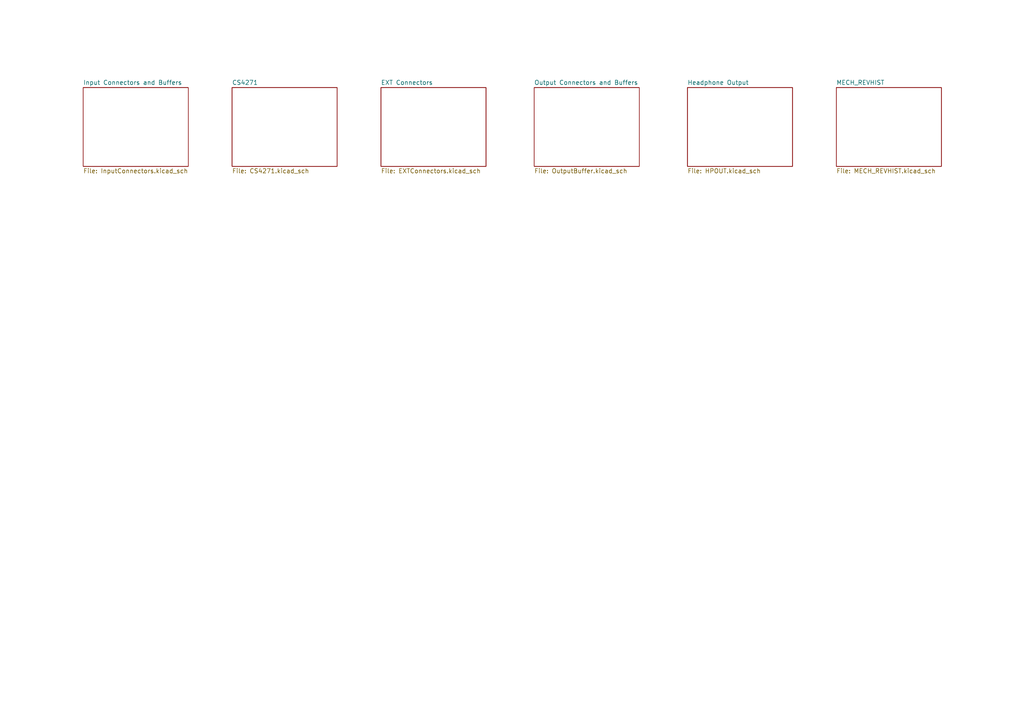
<source format=kicad_sch>
(kicad_sch (version 20230121) (generator eeschema)
  (paper "A4")
  (title_block (title "The Raspberry Jam") (date "2024-02-05") (rev "REV A0") (company "Engineer: Jed Scott"))
  (lib_symbols)
  (sheet (at 24.13 25.4) (size 30.48 22.86) (stroke (width 0.1524))
    (property "Sheetname" "Input Connectors and Buffers" (at 24.13 24.6884 0) (effects (justify left bottom)))
    (property "Sheetfile" "InputConnectors.kicad_sch" (at 24.13 48.8446 0) (effects (justify left top)))
  )
  (sheet (at 199.39 25.4) (size 30.48 22.86) (stroke (width 0.1524))
    (property "Sheetname" "Headphone Output" (at 199.39 24.6884 0) (effects (justify left bottom)))
    (property "Sheetfile" "HPOUT.kicad_sch" (at 199.39 48.8446 0) (effects (justify left top)))
  )
  (sheet (at 110.49 25.4) (size 30.48 22.86) (stroke (width 0.1524))
    (property "Sheetname" "EXT Connectors" (at 110.49 24.6884 0) (effects (justify left bottom)))
    (property "Sheetfile" "EXTConnectors.kicad_sch" (at 110.49 48.8446 0) (effects (justify left top)))
  )
  (sheet (at 242.57 25.4) (size 30.48 22.86) (stroke (width 0.1524))
    (property "Sheetname" "MECH_REVHIST" (at 242.57 24.6884 0) (effects (justify left bottom)))
    (property "Sheetfile" "MECH_REVHIST.kicad_sch" (at 242.57 48.8446 0) (effects (justify left top)))
  )
  (sheet (at 67.31 25.4) (size 30.48 22.86) (stroke (width 0.1524))
    (property "Sheetname" "CS4271" (at 67.31 24.6884 0) (effects (justify left bottom)))
    (property "Sheetfile" "CS4271.kicad_sch" (at 67.31 48.8446 0) (effects (justify left top)))
  )
  (sheet (at 154.94 25.4) (size 30.48 22.86) (stroke (width 0.1524))
    (property "Sheetname" "Output Connectors and Buffers" (at 154.94 24.6884 0) (effects (justify left bottom)))
    (property "Sheetfile" "OutputBuffer.kicad_sch" (at 154.94 48.8446 0) (effects (justify left top)))
  )
)
</source>
